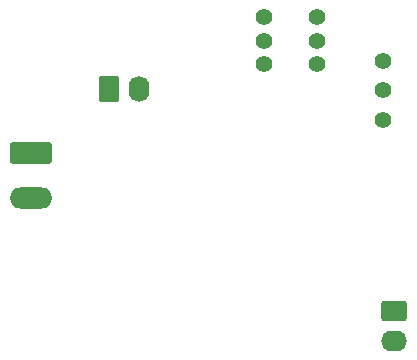
<source format=gbr>
%TF.GenerationSoftware,KiCad,Pcbnew,7.0.2-0*%
%TF.CreationDate,2023-05-10T21:03:08+08:00*%
%TF.ProjectId,LM317_supply_module,4c4d3331-375f-4737-9570-706c795f6d6f,rev?*%
%TF.SameCoordinates,Original*%
%TF.FileFunction,Copper,L2,Bot*%
%TF.FilePolarity,Positive*%
%FSLAX46Y46*%
G04 Gerber Fmt 4.6, Leading zero omitted, Abs format (unit mm)*
G04 Created by KiCad (PCBNEW 7.0.2-0) date 2023-05-10 21:03:08*
%MOMM*%
%LPD*%
G01*
G04 APERTURE LIST*
G04 Aperture macros list*
%AMRoundRect*
0 Rectangle with rounded corners*
0 $1 Rounding radius*
0 $2 $3 $4 $5 $6 $7 $8 $9 X,Y pos of 4 corners*
0 Add a 4 corners polygon primitive as box body*
4,1,4,$2,$3,$4,$5,$6,$7,$8,$9,$2,$3,0*
0 Add four circle primitives for the rounded corners*
1,1,$1+$1,$2,$3*
1,1,$1+$1,$4,$5*
1,1,$1+$1,$6,$7*
1,1,$1+$1,$8,$9*
0 Add four rect primitives between the rounded corners*
20,1,$1+$1,$2,$3,$4,$5,0*
20,1,$1+$1,$4,$5,$6,$7,0*
20,1,$1+$1,$6,$7,$8,$9,0*
20,1,$1+$1,$8,$9,$2,$3,0*%
G04 Aperture macros list end*
%TA.AperFunction,ComponentPad*%
%ADD10O,2.190000X1.740000*%
%TD*%
%TA.AperFunction,ComponentPad*%
%ADD11RoundRect,0.250000X-0.845000X0.620000X-0.845000X-0.620000X0.845000X-0.620000X0.845000X0.620000X0*%
%TD*%
%TA.AperFunction,ComponentPad*%
%ADD12O,3.600000X1.800000*%
%TD*%
%TA.AperFunction,ComponentPad*%
%ADD13RoundRect,0.250000X-1.550000X0.650000X-1.550000X-0.650000X1.550000X-0.650000X1.550000X0.650000X0*%
%TD*%
%TA.AperFunction,ComponentPad*%
%ADD14RoundRect,0.250000X-0.620000X-0.845000X0.620000X-0.845000X0.620000X0.845000X-0.620000X0.845000X0*%
%TD*%
%TA.AperFunction,ComponentPad*%
%ADD15O,1.740000X2.190000*%
%TD*%
%TA.AperFunction,ComponentPad*%
%ADD16C,1.400000*%
%TD*%
G04 APERTURE END LIST*
D10*
%TO.P,J3,2,Pin_2*%
%TO.N,/VOUT*%
X216900000Y-149590000D03*
D11*
%TO.P,J3,1,Pin_1*%
%TO.N,GNDREF*%
X216900000Y-147050000D03*
%TD*%
D12*
%TO.P,J1,2,Pin_2*%
%TO.N,/VIN*%
X186162500Y-137510000D03*
D13*
%TO.P,J1,1,Pin_1*%
%TO.N,Earth*%
X186162500Y-133700000D03*
%TD*%
D14*
%TO.P,J2,1,Pin_1*%
%TO.N,Earth*%
X192780000Y-128200000D03*
D15*
%TO.P,J2,2,Pin_2*%
%TO.N,/VIN*%
X195320000Y-128200000D03*
%TD*%
D16*
%TO.P,RV1,1,1*%
%TO.N,GNDREF*%
X215935000Y-125867500D03*
%TO.P,RV1,2,2*%
%TO.N,Net-(U1-ADJ)*%
X215935000Y-128367500D03*
%TO.P,RV1,3,3*%
X215935000Y-130867500D03*
%TD*%
%TO.P,SW1,1,A*%
%TO.N,Net-(SW1-A)*%
X210380000Y-126150000D03*
X205880000Y-126150000D03*
%TO.P,SW1,2,B*%
%TO.N,Net-(Q2-G)*%
X210380000Y-124150000D03*
X205880000Y-124150000D03*
%TO.P,SW1,3,C*%
%TO.N,Net-(SW1-C)*%
X210380000Y-122150000D03*
X205880000Y-122150000D03*
%TD*%
M02*

</source>
